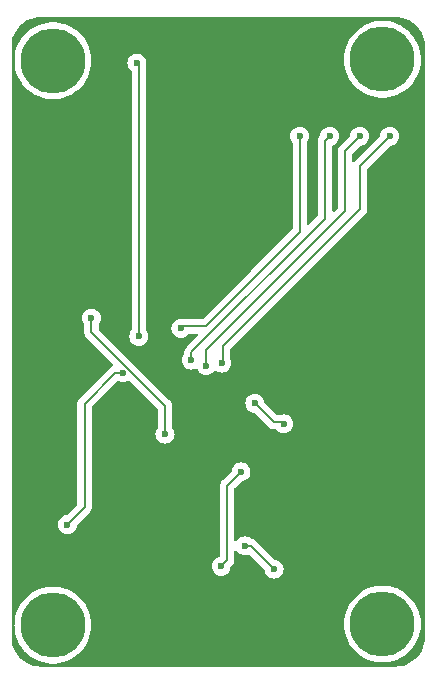
<source format=gbr>
%TF.GenerationSoftware,KiCad,Pcbnew,8.0.7*%
%TF.CreationDate,2025-01-13T12:12:40+05:30*%
%TF.ProjectId,STHDAQ_BX,53544844-4151-45f4-9258-2e6b69636164,rev?*%
%TF.SameCoordinates,Original*%
%TF.FileFunction,Copper,L2,Bot*%
%TF.FilePolarity,Positive*%
%FSLAX46Y46*%
G04 Gerber Fmt 4.6, Leading zero omitted, Abs format (unit mm)*
G04 Created by KiCad (PCBNEW 8.0.7) date 2025-01-13 12:12:40*
%MOMM*%
%LPD*%
G01*
G04 APERTURE LIST*
%TA.AperFunction,ComponentPad*%
%ADD10C,3.600000*%
%TD*%
%TA.AperFunction,ConnectorPad*%
%ADD11C,5.500000*%
%TD*%
%TA.AperFunction,ViaPad*%
%ADD12C,0.600000*%
%TD*%
%TA.AperFunction,Conductor*%
%ADD13C,0.200000*%
%TD*%
G04 APERTURE END LIST*
D10*
%TO.P,H4,1*%
%TO.N,N/C*%
X201900000Y-131900000D03*
D11*
X201900000Y-131900000D03*
%TD*%
D10*
%TO.P,H3,1*%
%TO.N,N/C*%
X174000000Y-132000000D03*
D11*
X174000000Y-132000000D03*
%TD*%
%TO.P,H2,1*%
%TO.N,N/C*%
X174000000Y-84200000D03*
D10*
X174000000Y-84200000D03*
%TD*%
%TO.P,H1,1*%
%TO.N,N/C*%
X201900000Y-84100000D03*
D11*
X201900000Y-84100000D03*
%TD*%
D12*
%TO.N,Net-(U5-A3{slash}D3)*%
X194900000Y-90600000D03*
%TO.N,Net-(U5-A2{slash}D2)*%
X197440000Y-90600000D03*
%TO.N,Net-(U5-A1{slash}D1)*%
X199980000Y-90600000D03*
%TO.N,Net-(U5-A0{slash}D0)*%
X202520000Y-90600000D03*
%TO.N,Net-(U5-A3{slash}D3)*%
X184840000Y-106880000D03*
%TO.N,5BVCC*%
X181110000Y-84403900D03*
X181280000Y-107550000D03*
%TO.N,REF2.5*%
X177260000Y-106000000D03*
X183490000Y-115820000D03*
%TO.N,Earth*%
X184832500Y-115180000D03*
X184857500Y-116260000D03*
X188070000Y-119300000D03*
X178400000Y-127810000D03*
X194390000Y-125820000D03*
X196780000Y-124160000D03*
X196820000Y-125040000D03*
X197310000Y-127150000D03*
X197330000Y-126240000D03*
X199390000Y-125490000D03*
X202310000Y-123500000D03*
X203870000Y-121290000D03*
X198250000Y-113350000D03*
X199930000Y-107600000D03*
X189510000Y-83880000D03*
X187380000Y-82400000D03*
X179520000Y-88510000D03*
X176030000Y-90080000D03*
X178600000Y-97480000D03*
X175970000Y-98590000D03*
X175910000Y-100530000D03*
X179460000Y-107700000D03*
X181590000Y-114890000D03*
X181540000Y-116120000D03*
X181552500Y-117460000D03*
X181702500Y-118730000D03*
X181619039Y-120409428D03*
X181672500Y-121880000D03*
X181722500Y-124930000D03*
X181672500Y-123290000D03*
X174970000Y-122160000D03*
%TO.N,5BVCC*%
X175230000Y-123480000D03*
X179948554Y-110631446D03*
%TO.N,/SYNC{slash}PDWN*%
X188240000Y-127020000D03*
X189920000Y-119020000D03*
%TO.N,Net-(U5-A2{slash}D2)*%
X185720000Y-109550000D03*
%TO.N,Net-(U5-A1{slash}D1)*%
X186990000Y-110040000D03*
%TO.N,Net-(U5-A0{slash}D0)*%
X188300000Y-109810000D03*
%TO.N,/SCLK*%
X191100000Y-113210000D03*
X193530000Y-114960000D03*
%TO.N,/RESET*%
X192720000Y-127250000D03*
X190240000Y-125280000D03*
%TD*%
D13*
%TO.N,Net-(U5-A1{slash}D1)*%
X198700000Y-96963002D02*
X186990000Y-108673002D01*
X198700000Y-91880000D02*
X198700000Y-96963002D01*
X186990000Y-108673002D02*
X186990000Y-110040000D01*
X199980000Y-90600000D02*
X198700000Y-91880000D01*
%TO.N,Net-(U5-A3{slash}D3)*%
X194900000Y-98720000D02*
X194900000Y-90600000D01*
X191287866Y-102332134D02*
X194900000Y-98720000D01*
X191287866Y-102342134D02*
X191287866Y-102332134D01*
%TO.N,Net-(U5-A2{slash}D2)*%
X197050000Y-90990000D02*
X197440000Y-90600000D01*
X185720000Y-108910000D02*
X197050000Y-97580000D01*
X197050000Y-97580000D02*
X197050000Y-90990000D01*
X185720000Y-109550000D02*
X185720000Y-108910000D01*
%TO.N,Net-(U5-A0{slash}D0)*%
X188370000Y-108400000D02*
X188370000Y-109740000D01*
X200030000Y-96740000D02*
X188370000Y-108400000D01*
X188370000Y-109740000D02*
X188300000Y-109810000D01*
X202520000Y-90600000D02*
X200030000Y-93090000D01*
X200030000Y-93090000D02*
X200030000Y-96740000D01*
%TO.N,Net-(U5-A3{slash}D3)*%
X185010000Y-106710000D02*
X184840000Y-106880000D01*
X186920000Y-106710000D02*
X185010000Y-106710000D01*
X191287866Y-102342134D02*
X186920000Y-106710000D01*
%TO.N,REF2.5*%
X177260000Y-107200000D02*
X177260000Y-106000000D01*
X183490000Y-113430000D02*
X177260000Y-107200000D01*
X183490000Y-115820000D02*
X183490000Y-113430000D01*
%TO.N,5BVCC*%
X181280000Y-107550000D02*
X181280000Y-84573900D01*
X181280000Y-84573900D02*
X181110000Y-84403900D01*
X176680000Y-122030000D02*
X175230000Y-123480000D01*
X176680000Y-113250000D02*
X176680000Y-122030000D01*
X179298554Y-110631446D02*
X176680000Y-113250000D01*
X179948554Y-110631446D02*
X179298554Y-110631446D01*
%TO.N,/SYNC{slash}PDWN*%
X188750000Y-120190000D02*
X189920000Y-119020000D01*
X188750000Y-126510000D02*
X188750000Y-120190000D01*
X188240000Y-127020000D02*
X188750000Y-126510000D01*
%TO.N,/SCLK*%
X192680000Y-114790000D02*
X191100000Y-113210000D01*
X193530000Y-114960000D02*
X193360000Y-114790000D01*
X193360000Y-114790000D02*
X192680000Y-114790000D01*
%TO.N,/RESET*%
X190750000Y-125280000D02*
X192720000Y-127250000D01*
X190240000Y-125280000D02*
X190750000Y-125280000D01*
%TD*%
%TA.AperFunction,Conductor*%
%TO.N,Earth*%
G36*
X203003736Y-80500726D02*
G01*
X203293796Y-80518271D01*
X203308659Y-80520076D01*
X203590798Y-80571780D01*
X203605335Y-80575363D01*
X203879172Y-80660695D01*
X203893163Y-80666000D01*
X204154743Y-80783727D01*
X204167989Y-80790680D01*
X204413465Y-80939075D01*
X204425776Y-80947573D01*
X204476879Y-80987609D01*
X204651573Y-81124473D01*
X204662781Y-81134403D01*
X204865596Y-81337218D01*
X204875526Y-81348426D01*
X204995481Y-81501538D01*
X205052422Y-81574217D01*
X205060928Y-81586540D01*
X205209316Y-81832004D01*
X205216275Y-81845263D01*
X205333997Y-82106831D01*
X205339306Y-82120832D01*
X205424635Y-82394663D01*
X205428219Y-82409201D01*
X205479923Y-82691340D01*
X205481728Y-82706205D01*
X205499274Y-82996263D01*
X205499500Y-83003750D01*
X205499500Y-132996249D01*
X205499274Y-133003736D01*
X205481728Y-133293794D01*
X205479923Y-133308659D01*
X205428219Y-133590798D01*
X205424635Y-133605336D01*
X205339306Y-133879167D01*
X205333997Y-133893168D01*
X205216275Y-134154736D01*
X205209316Y-134167995D01*
X205060928Y-134413459D01*
X205052422Y-134425782D01*
X204875526Y-134651573D01*
X204865596Y-134662781D01*
X204662781Y-134865596D01*
X204651573Y-134875526D01*
X204425782Y-135052422D01*
X204413459Y-135060928D01*
X204167995Y-135209316D01*
X204154736Y-135216275D01*
X203893168Y-135333997D01*
X203879167Y-135339306D01*
X203605336Y-135424635D01*
X203590798Y-135428219D01*
X203308659Y-135479923D01*
X203293794Y-135481728D01*
X203003736Y-135499274D01*
X202996249Y-135499500D01*
X173003751Y-135499500D01*
X172996264Y-135499274D01*
X172706205Y-135481728D01*
X172691340Y-135479923D01*
X172409201Y-135428219D01*
X172394663Y-135424635D01*
X172120832Y-135339306D01*
X172106831Y-135333997D01*
X171845263Y-135216275D01*
X171832004Y-135209316D01*
X171734709Y-135150499D01*
X171586537Y-135060926D01*
X171574217Y-135052422D01*
X171538033Y-135024074D01*
X171410388Y-134924070D01*
X171348426Y-134875526D01*
X171337218Y-134865596D01*
X171134403Y-134662781D01*
X171124473Y-134651573D01*
X171079645Y-134594354D01*
X170947573Y-134425776D01*
X170939075Y-134413465D01*
X170790680Y-134167989D01*
X170783727Y-134154743D01*
X170666000Y-133893163D01*
X170660693Y-133879167D01*
X170657841Y-133870016D01*
X170575363Y-133605335D01*
X170571780Y-133590798D01*
X170520076Y-133308659D01*
X170518271Y-133293794D01*
X170516641Y-133266854D01*
X170500726Y-133003736D01*
X170500500Y-132996249D01*
X170500500Y-132072963D01*
X170520185Y-132005924D01*
X170523729Y-132002853D01*
X170720871Y-132002853D01*
X170743477Y-132038028D01*
X170748318Y-132066250D01*
X170763808Y-132351954D01*
X170820833Y-132699793D01*
X170820834Y-132699796D01*
X170915126Y-133039408D01*
X170915127Y-133039410D01*
X171045588Y-133366844D01*
X171045597Y-133366862D01*
X171157678Y-133578269D01*
X171210695Y-133678269D01*
X171351767Y-133886335D01*
X171408498Y-133970006D01*
X171408505Y-133970016D01*
X171576671Y-134167995D01*
X171636686Y-134238650D01*
X171892580Y-134481046D01*
X172173182Y-134694354D01*
X172475202Y-134876074D01*
X172475206Y-134876075D01*
X172475210Y-134876078D01*
X172795088Y-135024070D01*
X172795092Y-135024070D01*
X172795099Y-135024074D01*
X173129122Y-135136619D01*
X173473355Y-135212391D01*
X173823763Y-135250500D01*
X173823769Y-135250500D01*
X174176231Y-135250500D01*
X174176237Y-135250500D01*
X174526645Y-135212391D01*
X174870878Y-135136619D01*
X175204901Y-135024074D01*
X175204908Y-135024070D01*
X175204911Y-135024070D01*
X175524789Y-134876078D01*
X175524798Y-134876074D01*
X175826818Y-134694354D01*
X176107420Y-134481046D01*
X176363314Y-134238650D01*
X176591501Y-133970008D01*
X176789305Y-133678269D01*
X176954407Y-133366854D01*
X177084871Y-133039414D01*
X177179168Y-132699788D01*
X177236191Y-132351957D01*
X177255274Y-132000000D01*
X177249852Y-131899997D01*
X198644726Y-131899997D01*
X198644726Y-131900002D01*
X198663808Y-132251954D01*
X198720833Y-132599793D01*
X198720834Y-132599796D01*
X198815126Y-132939408D01*
X198815127Y-132939410D01*
X198945588Y-133266844D01*
X198945597Y-133266862D01*
X199110695Y-133578269D01*
X199308498Y-133870006D01*
X199308505Y-133870016D01*
X199536685Y-134138649D01*
X199536686Y-134138650D01*
X199792580Y-134381046D01*
X200073182Y-134594354D01*
X200375202Y-134776074D01*
X200375206Y-134776075D01*
X200375210Y-134776078D01*
X200695088Y-134924070D01*
X200695092Y-134924070D01*
X200695099Y-134924074D01*
X201029122Y-135036619D01*
X201373355Y-135112391D01*
X201723763Y-135150500D01*
X201723769Y-135150500D01*
X202076231Y-135150500D01*
X202076237Y-135150500D01*
X202426645Y-135112391D01*
X202770878Y-135036619D01*
X203104901Y-134924074D01*
X203104908Y-134924070D01*
X203104911Y-134924070D01*
X203424789Y-134776078D01*
X203424798Y-134776074D01*
X203726818Y-134594354D01*
X204007420Y-134381046D01*
X204263314Y-134138650D01*
X204491501Y-133870008D01*
X204689305Y-133578269D01*
X204854407Y-133266854D01*
X204984871Y-132939414D01*
X204986345Y-132934108D01*
X205013180Y-132837453D01*
X205079168Y-132599788D01*
X205136191Y-132251957D01*
X205155274Y-131900000D01*
X205136191Y-131548043D01*
X205079168Y-131200212D01*
X205036704Y-131047271D01*
X204984873Y-130860591D01*
X204984872Y-130860589D01*
X204854411Y-130533155D01*
X204854402Y-130533137D01*
X204689305Y-130221731D01*
X204491501Y-129929992D01*
X204491497Y-129929987D01*
X204491494Y-129929983D01*
X204263314Y-129661350D01*
X204007420Y-129418954D01*
X204007413Y-129418948D01*
X204007410Y-129418946D01*
X203726815Y-129205644D01*
X203424802Y-129023928D01*
X203424789Y-129023921D01*
X203104911Y-128875929D01*
X203104906Y-128875928D01*
X203104903Y-128875927D01*
X203104901Y-128875926D01*
X202998432Y-128840052D01*
X202770880Y-128763381D01*
X202426643Y-128687608D01*
X202076238Y-128649500D01*
X202076237Y-128649500D01*
X201723763Y-128649500D01*
X201723761Y-128649500D01*
X201373356Y-128687608D01*
X201029119Y-128763381D01*
X200695093Y-128875928D01*
X200695088Y-128875929D01*
X200375210Y-129023921D01*
X200375197Y-129023928D01*
X200073184Y-129205644D01*
X199792589Y-129418946D01*
X199792580Y-129418954D01*
X199536685Y-129661350D01*
X199308505Y-129929983D01*
X199308498Y-129929993D01*
X199110695Y-130221730D01*
X198945597Y-130533137D01*
X198945588Y-130533155D01*
X198815127Y-130860589D01*
X198815126Y-130860591D01*
X198720834Y-131200203D01*
X198720833Y-131200206D01*
X198663808Y-131548045D01*
X198644726Y-131899997D01*
X177249852Y-131899997D01*
X177236191Y-131648043D01*
X177179168Y-131300212D01*
X177136704Y-131147271D01*
X177084873Y-130960591D01*
X177084872Y-130960589D01*
X176954411Y-130633155D01*
X176954402Y-130633137D01*
X176901390Y-130533146D01*
X176789305Y-130321731D01*
X176591501Y-130029992D01*
X176591497Y-130029987D01*
X176591494Y-130029983D01*
X176363314Y-129761350D01*
X176257745Y-129661350D01*
X176107420Y-129518954D01*
X176107413Y-129518948D01*
X176107410Y-129518946D01*
X175826815Y-129305644D01*
X175524802Y-129123928D01*
X175524789Y-129123921D01*
X175204911Y-128975929D01*
X175204906Y-128975928D01*
X175204903Y-128975927D01*
X175204901Y-128975926D01*
X175098432Y-128940052D01*
X174870880Y-128863381D01*
X174526643Y-128787608D01*
X174176238Y-128749500D01*
X174176237Y-128749500D01*
X173823763Y-128749500D01*
X173823761Y-128749500D01*
X173473356Y-128787608D01*
X173129119Y-128863381D01*
X172795093Y-128975928D01*
X172795088Y-128975929D01*
X172475210Y-129123921D01*
X172475197Y-129123928D01*
X172173184Y-129305644D01*
X171892589Y-129518946D01*
X171892580Y-129518954D01*
X171636685Y-129761350D01*
X171408505Y-130029983D01*
X171408498Y-130029993D01*
X171210695Y-130321730D01*
X171045597Y-130633137D01*
X171045588Y-130633155D01*
X170915127Y-130960589D01*
X170915126Y-130960591D01*
X170820834Y-131300203D01*
X170820833Y-131300206D01*
X170763808Y-131648045D01*
X170748318Y-131933749D01*
X170725033Y-131999625D01*
X170720871Y-132002853D01*
X170523729Y-132002853D01*
X170528429Y-131998780D01*
X170503806Y-131955478D01*
X170500500Y-131927036D01*
X170500500Y-127019996D01*
X187434435Y-127019996D01*
X187434435Y-127020003D01*
X187454630Y-127199249D01*
X187454631Y-127199254D01*
X187514211Y-127369523D01*
X187610184Y-127522262D01*
X187737738Y-127649816D01*
X187890478Y-127745789D01*
X188060745Y-127805368D01*
X188060750Y-127805369D01*
X188239996Y-127825565D01*
X188240000Y-127825565D01*
X188240004Y-127825565D01*
X188419249Y-127805369D01*
X188419252Y-127805368D01*
X188419255Y-127805368D01*
X188589522Y-127745789D01*
X188742262Y-127649816D01*
X188869816Y-127522262D01*
X188965789Y-127369522D01*
X189025368Y-127199255D01*
X189035161Y-127112329D01*
X189062226Y-127047918D01*
X189070690Y-127038543D01*
X189108506Y-127000728D01*
X189108511Y-127000724D01*
X189118714Y-126990520D01*
X189118716Y-126990520D01*
X189230520Y-126878716D01*
X189252442Y-126840745D01*
X189282770Y-126788216D01*
X189306140Y-126747738D01*
X189309577Y-126741785D01*
X189350501Y-126589057D01*
X189350501Y-126430943D01*
X189350501Y-126423348D01*
X189350500Y-126423330D01*
X189350500Y-125799391D01*
X189370185Y-125732352D01*
X189422989Y-125686597D01*
X189492147Y-125676653D01*
X189555703Y-125705678D01*
X189579493Y-125733418D01*
X189610184Y-125782262D01*
X189737738Y-125909816D01*
X189828080Y-125966582D01*
X189867735Y-125991499D01*
X189890478Y-126005789D01*
X190060742Y-126065367D01*
X190060745Y-126065368D01*
X190060750Y-126065369D01*
X190239996Y-126085565D01*
X190240000Y-126085565D01*
X190240004Y-126085565D01*
X190419249Y-126065369D01*
X190419252Y-126065368D01*
X190419255Y-126065368D01*
X190419256Y-126065367D01*
X190419259Y-126065367D01*
X190459508Y-126051283D01*
X190543414Y-126021922D01*
X190613190Y-126018360D01*
X190672048Y-126051283D01*
X191889298Y-127268534D01*
X191922783Y-127329857D01*
X191924837Y-127342331D01*
X191934630Y-127429249D01*
X191994210Y-127599521D01*
X192025812Y-127649815D01*
X192090184Y-127752262D01*
X192217738Y-127879816D01*
X192370478Y-127975789D01*
X192540745Y-128035368D01*
X192540750Y-128035369D01*
X192719996Y-128055565D01*
X192720000Y-128055565D01*
X192720004Y-128055565D01*
X192899249Y-128035369D01*
X192899252Y-128035368D01*
X192899255Y-128035368D01*
X193069522Y-127975789D01*
X193222262Y-127879816D01*
X193349816Y-127752262D01*
X193445789Y-127599522D01*
X193505368Y-127429255D01*
X193512098Y-127369523D01*
X193525565Y-127250003D01*
X193525565Y-127249996D01*
X193505369Y-127070750D01*
X193505368Y-127070745D01*
X193497380Y-127047918D01*
X193445789Y-126900478D01*
X193349816Y-126747738D01*
X193222262Y-126620184D01*
X193172719Y-126589054D01*
X193069521Y-126524210D01*
X192899249Y-126464630D01*
X192812331Y-126454837D01*
X192747917Y-126427770D01*
X192738534Y-126419298D01*
X191237590Y-124918355D01*
X191237588Y-124918352D01*
X191118717Y-124799481D01*
X191118709Y-124799475D01*
X191016936Y-124740717D01*
X191016934Y-124740716D01*
X190981790Y-124720425D01*
X190981789Y-124720424D01*
X190969263Y-124717067D01*
X190829057Y-124679499D01*
X190829054Y-124679499D01*
X190822411Y-124679499D01*
X190755372Y-124659814D01*
X190745097Y-124652445D01*
X190742262Y-124650184D01*
X190589523Y-124554211D01*
X190419254Y-124494631D01*
X190419249Y-124494630D01*
X190240004Y-124474435D01*
X190239996Y-124474435D01*
X190060750Y-124494630D01*
X190060745Y-124494631D01*
X189890476Y-124554211D01*
X189737737Y-124650184D01*
X189610184Y-124777737D01*
X189610182Y-124777740D01*
X189579493Y-124826581D01*
X189527158Y-124872872D01*
X189458104Y-124883519D01*
X189394256Y-124855143D01*
X189355885Y-124796753D01*
X189350500Y-124760608D01*
X189350500Y-120490096D01*
X189370185Y-120423057D01*
X189386815Y-120402419D01*
X189938535Y-119850698D01*
X189999856Y-119817215D01*
X190012311Y-119815163D01*
X190099255Y-119805368D01*
X190269522Y-119745789D01*
X190422262Y-119649816D01*
X190549816Y-119522262D01*
X190645789Y-119369522D01*
X190705368Y-119199255D01*
X190725565Y-119020000D01*
X190722419Y-118992082D01*
X190705369Y-118840750D01*
X190705368Y-118840745D01*
X190645788Y-118670476D01*
X190549815Y-118517737D01*
X190422262Y-118390184D01*
X190269523Y-118294211D01*
X190099254Y-118234631D01*
X190099249Y-118234630D01*
X189920004Y-118214435D01*
X189919996Y-118214435D01*
X189740750Y-118234630D01*
X189740745Y-118234631D01*
X189570476Y-118294211D01*
X189417737Y-118390184D01*
X189290184Y-118517737D01*
X189194210Y-118670478D01*
X189134630Y-118840750D01*
X189124837Y-118927668D01*
X189097770Y-118992082D01*
X189089298Y-119001465D01*
X188381286Y-119709478D01*
X188269481Y-119821282D01*
X188269479Y-119821285D01*
X188219361Y-119908094D01*
X188219359Y-119908096D01*
X188190425Y-119958209D01*
X188190424Y-119958210D01*
X188190423Y-119958215D01*
X188149499Y-120110943D01*
X188149499Y-120110945D01*
X188149499Y-120279046D01*
X188149500Y-120279059D01*
X188149500Y-126115592D01*
X188129815Y-126182631D01*
X188077011Y-126228386D01*
X188066455Y-126232634D01*
X187890476Y-126294211D01*
X187737737Y-126390184D01*
X187610184Y-126517737D01*
X187514211Y-126670476D01*
X187454631Y-126840745D01*
X187454630Y-126840750D01*
X187434435Y-127019996D01*
X170500500Y-127019996D01*
X170500500Y-123479996D01*
X174424435Y-123479996D01*
X174424435Y-123480003D01*
X174444630Y-123659249D01*
X174444631Y-123659254D01*
X174504211Y-123829523D01*
X174600184Y-123982262D01*
X174727738Y-124109816D01*
X174880478Y-124205789D01*
X175050745Y-124265368D01*
X175050750Y-124265369D01*
X175229996Y-124285565D01*
X175230000Y-124285565D01*
X175230004Y-124285565D01*
X175409249Y-124265369D01*
X175409252Y-124265368D01*
X175409255Y-124265368D01*
X175579522Y-124205789D01*
X175732262Y-124109816D01*
X175859816Y-123982262D01*
X175955789Y-123829522D01*
X176015368Y-123659255D01*
X176025161Y-123572329D01*
X176052226Y-123507918D01*
X176060690Y-123498543D01*
X177160520Y-122398716D01*
X177239577Y-122261784D01*
X177280501Y-122109057D01*
X177280501Y-121950942D01*
X177280501Y-121943347D01*
X177280500Y-121943329D01*
X177280500Y-113550097D01*
X177300185Y-113483058D01*
X177316819Y-113462416D01*
X178354605Y-112424630D01*
X179420391Y-111358843D01*
X179481712Y-111325360D01*
X179551404Y-111330344D01*
X179574040Y-111341531D01*
X179599032Y-111357235D01*
X179769299Y-111416814D01*
X179769304Y-111416815D01*
X179948550Y-111437011D01*
X179948554Y-111437011D01*
X179948558Y-111437011D01*
X180127803Y-111416815D01*
X180127806Y-111416814D01*
X180127809Y-111416814D01*
X180298076Y-111357235D01*
X180380113Y-111305687D01*
X180447347Y-111286687D01*
X180514183Y-111307054D01*
X180533765Y-111323000D01*
X182853181Y-113642416D01*
X182886666Y-113703739D01*
X182889500Y-113730097D01*
X182889500Y-115237587D01*
X182869815Y-115304626D01*
X182862450Y-115314896D01*
X182860186Y-115317734D01*
X182764211Y-115470476D01*
X182704631Y-115640745D01*
X182704630Y-115640750D01*
X182684435Y-115819996D01*
X182684435Y-115820003D01*
X182704630Y-115999249D01*
X182704631Y-115999254D01*
X182764211Y-116169523D01*
X182860184Y-116322262D01*
X182987738Y-116449816D01*
X183140478Y-116545789D01*
X183310745Y-116605368D01*
X183310750Y-116605369D01*
X183489996Y-116625565D01*
X183490000Y-116625565D01*
X183490004Y-116625565D01*
X183669249Y-116605369D01*
X183669252Y-116605368D01*
X183669255Y-116605368D01*
X183839522Y-116545789D01*
X183992262Y-116449816D01*
X184119816Y-116322262D01*
X184215789Y-116169522D01*
X184275368Y-115999255D01*
X184295565Y-115820000D01*
X184287156Y-115745369D01*
X184275369Y-115640750D01*
X184275368Y-115640745D01*
X184215788Y-115470476D01*
X184158642Y-115379529D01*
X184119816Y-115317738D01*
X184119814Y-115317736D01*
X184119813Y-115317734D01*
X184117550Y-115314896D01*
X184116659Y-115312715D01*
X184116111Y-115311842D01*
X184116264Y-115311745D01*
X184091144Y-115250209D01*
X184090500Y-115237587D01*
X184090500Y-113350945D01*
X184090500Y-113350943D01*
X184052733Y-113209996D01*
X190294435Y-113209996D01*
X190294435Y-113210003D01*
X190314630Y-113389249D01*
X190314631Y-113389254D01*
X190374211Y-113559523D01*
X190464829Y-113703739D01*
X190470184Y-113712262D01*
X190597738Y-113839816D01*
X190750478Y-113935789D01*
X190920745Y-113995368D01*
X191007669Y-114005161D01*
X191072080Y-114032226D01*
X191081465Y-114040700D01*
X192195139Y-115154374D01*
X192195149Y-115154385D01*
X192199479Y-115158715D01*
X192199480Y-115158716D01*
X192311284Y-115270520D01*
X192311286Y-115270521D01*
X192311290Y-115270524D01*
X192448209Y-115349573D01*
X192448216Y-115349577D01*
X192560019Y-115379534D01*
X192600942Y-115390500D01*
X192600943Y-115390500D01*
X192786561Y-115390500D01*
X192853600Y-115410185D01*
X192891553Y-115448526D01*
X192900184Y-115462262D01*
X193027738Y-115589816D01*
X193180478Y-115685789D01*
X193350745Y-115745368D01*
X193350750Y-115745369D01*
X193529996Y-115765565D01*
X193530000Y-115765565D01*
X193530004Y-115765565D01*
X193709249Y-115745369D01*
X193709252Y-115745368D01*
X193709255Y-115745368D01*
X193879522Y-115685789D01*
X194032262Y-115589816D01*
X194159816Y-115462262D01*
X194255789Y-115309522D01*
X194315368Y-115139255D01*
X194335565Y-114960000D01*
X194315368Y-114780745D01*
X194255789Y-114610478D01*
X194159816Y-114457738D01*
X194032262Y-114330184D01*
X193879523Y-114234211D01*
X193709254Y-114174631D01*
X193709249Y-114174630D01*
X193530004Y-114154435D01*
X193529996Y-114154435D01*
X193350750Y-114174630D01*
X193343055Y-114177322D01*
X193328141Y-114182541D01*
X193287190Y-114189499D01*
X193273347Y-114189499D01*
X193273331Y-114189500D01*
X192980097Y-114189500D01*
X192913058Y-114169815D01*
X192892416Y-114153181D01*
X191930700Y-113191465D01*
X191897215Y-113130142D01*
X191895163Y-113117686D01*
X191885368Y-113030745D01*
X191825789Y-112860478D01*
X191729816Y-112707738D01*
X191602262Y-112580184D01*
X191449523Y-112484211D01*
X191279254Y-112424631D01*
X191279249Y-112424630D01*
X191100004Y-112404435D01*
X191099996Y-112404435D01*
X190920750Y-112424630D01*
X190920745Y-112424631D01*
X190750476Y-112484211D01*
X190597737Y-112580184D01*
X190470184Y-112707737D01*
X190374211Y-112860476D01*
X190314631Y-113030745D01*
X190314630Y-113030750D01*
X190294435Y-113209996D01*
X184052733Y-113209996D01*
X184049577Y-113198216D01*
X184003072Y-113117666D01*
X183970524Y-113061290D01*
X183970521Y-113061286D01*
X183970520Y-113061284D01*
X183858716Y-112949480D01*
X183858715Y-112949479D01*
X183854385Y-112945149D01*
X183854374Y-112945139D01*
X177896819Y-106987584D01*
X177863334Y-106926261D01*
X177860500Y-106899903D01*
X177860500Y-106582412D01*
X177880185Y-106515373D01*
X177887555Y-106505097D01*
X177889810Y-106502267D01*
X177889816Y-106502262D01*
X177985789Y-106349522D01*
X178045368Y-106179255D01*
X178048190Y-106154211D01*
X178065565Y-106000003D01*
X178065565Y-105999996D01*
X178045369Y-105820750D01*
X178045368Y-105820745D01*
X177985788Y-105650476D01*
X177889815Y-105497737D01*
X177762262Y-105370184D01*
X177609523Y-105274211D01*
X177439254Y-105214631D01*
X177439249Y-105214630D01*
X177260004Y-105194435D01*
X177259996Y-105194435D01*
X177080750Y-105214630D01*
X177080745Y-105214631D01*
X176910476Y-105274211D01*
X176757737Y-105370184D01*
X176630184Y-105497737D01*
X176534211Y-105650476D01*
X176474631Y-105820745D01*
X176474630Y-105820750D01*
X176454435Y-105999996D01*
X176454435Y-106000003D01*
X176474630Y-106179249D01*
X176474631Y-106179254D01*
X176534211Y-106349523D01*
X176630185Y-106502263D01*
X176632445Y-106505097D01*
X176633334Y-106507275D01*
X176633889Y-106508158D01*
X176633734Y-106508255D01*
X176658855Y-106569783D01*
X176659500Y-106582412D01*
X176659500Y-107113330D01*
X176659499Y-107113348D01*
X176659499Y-107279054D01*
X176659498Y-107279054D01*
X176700423Y-107431785D01*
X176729358Y-107481900D01*
X176729359Y-107481904D01*
X176729360Y-107481904D01*
X176748873Y-107515703D01*
X176779479Y-107568714D01*
X176779481Y-107568717D01*
X176898349Y-107687585D01*
X176898355Y-107687590D01*
X179089353Y-109878588D01*
X179122838Y-109939911D01*
X179117854Y-110009603D01*
X179075982Y-110065536D01*
X179063672Y-110073656D01*
X178929841Y-110150923D01*
X178929836Y-110150927D01*
X176199481Y-112881282D01*
X176199480Y-112881284D01*
X176160108Y-112949480D01*
X176149361Y-112968094D01*
X176149359Y-112968096D01*
X176120425Y-113018209D01*
X176120424Y-113018210D01*
X176108882Y-113061286D01*
X176079499Y-113170943D01*
X176079499Y-113170945D01*
X176079499Y-113339046D01*
X176079500Y-113339059D01*
X176079500Y-121729902D01*
X176059815Y-121796941D01*
X176043181Y-121817583D01*
X175211465Y-122649298D01*
X175150142Y-122682783D01*
X175137668Y-122684837D01*
X175050750Y-122694630D01*
X174880478Y-122754210D01*
X174727737Y-122850184D01*
X174600184Y-122977737D01*
X174504211Y-123130476D01*
X174444631Y-123300745D01*
X174444630Y-123300750D01*
X174424435Y-123479996D01*
X170500500Y-123479996D01*
X170500500Y-84272963D01*
X170520185Y-84205924D01*
X170523729Y-84202853D01*
X170720871Y-84202853D01*
X170743477Y-84238028D01*
X170748318Y-84266250D01*
X170763808Y-84551954D01*
X170820833Y-84899793D01*
X170820834Y-84899796D01*
X170915126Y-85239408D01*
X170915127Y-85239410D01*
X171045588Y-85566844D01*
X171045593Y-85566854D01*
X171210695Y-85878269D01*
X171340697Y-86070008D01*
X171408498Y-86170006D01*
X171408505Y-86170016D01*
X171551744Y-86338649D01*
X171636686Y-86438650D01*
X171892580Y-86681046D01*
X172173182Y-86894354D01*
X172475202Y-87076074D01*
X172475206Y-87076075D01*
X172475210Y-87076078D01*
X172795088Y-87224070D01*
X172795092Y-87224070D01*
X172795099Y-87224074D01*
X173129122Y-87336619D01*
X173473355Y-87412391D01*
X173823763Y-87450500D01*
X173823769Y-87450500D01*
X174176231Y-87450500D01*
X174176237Y-87450500D01*
X174526645Y-87412391D01*
X174870878Y-87336619D01*
X175204901Y-87224074D01*
X175204908Y-87224070D01*
X175204911Y-87224070D01*
X175524789Y-87076078D01*
X175524798Y-87076074D01*
X175826818Y-86894354D01*
X176107420Y-86681046D01*
X176363314Y-86438650D01*
X176591501Y-86170008D01*
X176789305Y-85878269D01*
X176954407Y-85566854D01*
X177084871Y-85239414D01*
X177179168Y-84899788D01*
X177236191Y-84551957D01*
X177244219Y-84403896D01*
X180304435Y-84403896D01*
X180304435Y-84403903D01*
X180324630Y-84583149D01*
X180324631Y-84583154D01*
X180384211Y-84753423D01*
X180476179Y-84899788D01*
X180480184Y-84906162D01*
X180607738Y-85033716D01*
X180621473Y-85042346D01*
X180667762Y-85094678D01*
X180679500Y-85147339D01*
X180679500Y-106967587D01*
X180659815Y-107034626D01*
X180652450Y-107044896D01*
X180650186Y-107047734D01*
X180554211Y-107200476D01*
X180494631Y-107370745D01*
X180494630Y-107370750D01*
X180474435Y-107549996D01*
X180474435Y-107550003D01*
X180494630Y-107729249D01*
X180494631Y-107729254D01*
X180554211Y-107899523D01*
X180650184Y-108052262D01*
X180777738Y-108179816D01*
X180930478Y-108275789D01*
X181100745Y-108335368D01*
X181100750Y-108335369D01*
X181279996Y-108355565D01*
X181280000Y-108355565D01*
X181280004Y-108355565D01*
X181459249Y-108335369D01*
X181459252Y-108335368D01*
X181459255Y-108335368D01*
X181629522Y-108275789D01*
X181782262Y-108179816D01*
X181909816Y-108052262D01*
X182005789Y-107899522D01*
X182065368Y-107729255D01*
X182065369Y-107729249D01*
X182085565Y-107550003D01*
X182085565Y-107549996D01*
X182065369Y-107370750D01*
X182065368Y-107370745D01*
X182005788Y-107200476D01*
X181955811Y-107120939D01*
X181909816Y-107047738D01*
X181909814Y-107047736D01*
X181909813Y-107047734D01*
X181907550Y-107044896D01*
X181906659Y-107042715D01*
X181906111Y-107041842D01*
X181906264Y-107041745D01*
X181881144Y-106980209D01*
X181880500Y-106967587D01*
X181880500Y-106879996D01*
X184034435Y-106879996D01*
X184034435Y-106880003D01*
X184054630Y-107059249D01*
X184054631Y-107059254D01*
X184114211Y-107229523D01*
X184210184Y-107382262D01*
X184337738Y-107509816D01*
X184490478Y-107605789D01*
X184660745Y-107665368D01*
X184660750Y-107665369D01*
X184839996Y-107685565D01*
X184840000Y-107685565D01*
X184840004Y-107685565D01*
X185019249Y-107665369D01*
X185019252Y-107665368D01*
X185019255Y-107665368D01*
X185189522Y-107605789D01*
X185342262Y-107509816D01*
X185469816Y-107382262D01*
X185478446Y-107368526D01*
X185530778Y-107322238D01*
X185583439Y-107310500D01*
X186170903Y-107310500D01*
X186237942Y-107330185D01*
X186283697Y-107382989D01*
X186293641Y-107452147D01*
X186264616Y-107515703D01*
X186258586Y-107522178D01*
X185728502Y-108052262D01*
X185351286Y-108429478D01*
X185239481Y-108541282D01*
X185239479Y-108541285D01*
X185189361Y-108628094D01*
X185189359Y-108628096D01*
X185160425Y-108678209D01*
X185160424Y-108678210D01*
X185160423Y-108678215D01*
X185119499Y-108830943D01*
X185119499Y-108830945D01*
X185119499Y-108967589D01*
X185099814Y-109034628D01*
X185092445Y-109044903D01*
X185090184Y-109047737D01*
X184994211Y-109200476D01*
X184934631Y-109370745D01*
X184934630Y-109370750D01*
X184914435Y-109549996D01*
X184914435Y-109550003D01*
X184934630Y-109729249D01*
X184934631Y-109729254D01*
X184994211Y-109899523D01*
X185076790Y-110030945D01*
X185090184Y-110052262D01*
X185217738Y-110179816D01*
X185370478Y-110275789D01*
X185474712Y-110312262D01*
X185540745Y-110335368D01*
X185540750Y-110335369D01*
X185719996Y-110355565D01*
X185720000Y-110355565D01*
X185720004Y-110355565D01*
X185899249Y-110335369D01*
X185899251Y-110335368D01*
X185899255Y-110335368D01*
X185899258Y-110335366D01*
X185899262Y-110335366D01*
X185994987Y-110301869D01*
X186069522Y-110275789D01*
X186069525Y-110275786D01*
X186075795Y-110272768D01*
X186077013Y-110275297D01*
X186132042Y-110259731D01*
X186198882Y-110280081D01*
X186244111Y-110333337D01*
X186247852Y-110342771D01*
X186264210Y-110389521D01*
X186264211Y-110389522D01*
X186360184Y-110542262D01*
X186487738Y-110669816D01*
X186640478Y-110765789D01*
X186810745Y-110825368D01*
X186810750Y-110825369D01*
X186989996Y-110845565D01*
X186990000Y-110845565D01*
X186990004Y-110845565D01*
X187169249Y-110825369D01*
X187169252Y-110825368D01*
X187169255Y-110825368D01*
X187339522Y-110765789D01*
X187492262Y-110669816D01*
X187619816Y-110542262D01*
X187650358Y-110493653D01*
X187702689Y-110447366D01*
X187771743Y-110436716D01*
X187821321Y-110454634D01*
X187865029Y-110482097D01*
X187950475Y-110535788D01*
X188120745Y-110595368D01*
X188120750Y-110595369D01*
X188299996Y-110615565D01*
X188300000Y-110615565D01*
X188300004Y-110615565D01*
X188479249Y-110595369D01*
X188479252Y-110595368D01*
X188479255Y-110595368D01*
X188649522Y-110535789D01*
X188802262Y-110439816D01*
X188929816Y-110312262D01*
X189025789Y-110159522D01*
X189085368Y-109989255D01*
X189090928Y-109939911D01*
X189105565Y-109810003D01*
X189105565Y-109809996D01*
X189085369Y-109630750D01*
X189085368Y-109630745D01*
X189025788Y-109460476D01*
X188989506Y-109402733D01*
X188970500Y-109336761D01*
X188970500Y-108700096D01*
X188990185Y-108633057D01*
X189006814Y-108612420D01*
X200388506Y-97230727D01*
X200388511Y-97230724D01*
X200398714Y-97220520D01*
X200398716Y-97220520D01*
X200510520Y-97108716D01*
X200585123Y-96979499D01*
X200589577Y-96971785D01*
X200630500Y-96819057D01*
X200630500Y-96660943D01*
X200630500Y-93390097D01*
X200650185Y-93323058D01*
X200666819Y-93302416D01*
X201359757Y-92609478D01*
X202538536Y-91430698D01*
X202599857Y-91397215D01*
X202612310Y-91395163D01*
X202699255Y-91385368D01*
X202869522Y-91325789D01*
X203022262Y-91229816D01*
X203149816Y-91102262D01*
X203245789Y-90949522D01*
X203305368Y-90779255D01*
X203307739Y-90758215D01*
X203325565Y-90600003D01*
X203325565Y-90599996D01*
X203305369Y-90420750D01*
X203305368Y-90420745D01*
X203245788Y-90250476D01*
X203149815Y-90097737D01*
X203022262Y-89970184D01*
X202869523Y-89874211D01*
X202699254Y-89814631D01*
X202699249Y-89814630D01*
X202520004Y-89794435D01*
X202519996Y-89794435D01*
X202340750Y-89814630D01*
X202340745Y-89814631D01*
X202170476Y-89874211D01*
X202017737Y-89970184D01*
X201890184Y-90097737D01*
X201794210Y-90250478D01*
X201734630Y-90420750D01*
X201724837Y-90507667D01*
X201697770Y-90572081D01*
X201689298Y-90581464D01*
X199661286Y-92609478D01*
X199549481Y-92721282D01*
X199549477Y-92721287D01*
X199531887Y-92751755D01*
X199481320Y-92799971D01*
X199412713Y-92813193D01*
X199347848Y-92787225D01*
X199307320Y-92730311D01*
X199300500Y-92689755D01*
X199300500Y-92180096D01*
X199320185Y-92113057D01*
X199336815Y-92092419D01*
X199998535Y-91430698D01*
X200059856Y-91397215D01*
X200072311Y-91395163D01*
X200159255Y-91385368D01*
X200329522Y-91325789D01*
X200482262Y-91229816D01*
X200609816Y-91102262D01*
X200705789Y-90949522D01*
X200765368Y-90779255D01*
X200767739Y-90758215D01*
X200785565Y-90600003D01*
X200785565Y-90599996D01*
X200765369Y-90420750D01*
X200765368Y-90420745D01*
X200705788Y-90250476D01*
X200609815Y-90097737D01*
X200482262Y-89970184D01*
X200329523Y-89874211D01*
X200159254Y-89814631D01*
X200159249Y-89814630D01*
X199980004Y-89794435D01*
X199979996Y-89794435D01*
X199800750Y-89814630D01*
X199800745Y-89814631D01*
X199630476Y-89874211D01*
X199477737Y-89970184D01*
X199350184Y-90097737D01*
X199254210Y-90250478D01*
X199194630Y-90420750D01*
X199184837Y-90507668D01*
X199157770Y-90572082D01*
X199149298Y-90581465D01*
X198331286Y-91399478D01*
X198219481Y-91511282D01*
X198219479Y-91511285D01*
X198169361Y-91598094D01*
X198169359Y-91598096D01*
X198140425Y-91648209D01*
X198140424Y-91648210D01*
X198140423Y-91648215D01*
X198099499Y-91800943D01*
X198099499Y-91800945D01*
X198099499Y-91969046D01*
X198099500Y-91969059D01*
X198099500Y-96662905D01*
X198079815Y-96729944D01*
X198063181Y-96750586D01*
X197862181Y-96951586D01*
X197800858Y-96985071D01*
X197731166Y-96980087D01*
X197675233Y-96938215D01*
X197650816Y-96872751D01*
X197650500Y-96863905D01*
X197650500Y-91462417D01*
X197670185Y-91395378D01*
X197722989Y-91349623D01*
X197733547Y-91345375D01*
X197789522Y-91325789D01*
X197942262Y-91229816D01*
X198069816Y-91102262D01*
X198165789Y-90949522D01*
X198225368Y-90779255D01*
X198227739Y-90758215D01*
X198245565Y-90600003D01*
X198245565Y-90599996D01*
X198225369Y-90420750D01*
X198225368Y-90420745D01*
X198165788Y-90250476D01*
X198069815Y-90097737D01*
X197942262Y-89970184D01*
X197789523Y-89874211D01*
X197619254Y-89814631D01*
X197619249Y-89814630D01*
X197440004Y-89794435D01*
X197439996Y-89794435D01*
X197260750Y-89814630D01*
X197260745Y-89814631D01*
X197090476Y-89874211D01*
X196937737Y-89970184D01*
X196810184Y-90097737D01*
X196714210Y-90250478D01*
X196654630Y-90420750D01*
X196644837Y-90507666D01*
X196617770Y-90572080D01*
X196609300Y-90581461D01*
X196569481Y-90621280D01*
X196519361Y-90708094D01*
X196519359Y-90708096D01*
X196490425Y-90758209D01*
X196490424Y-90758210D01*
X196484785Y-90779255D01*
X196449499Y-90910943D01*
X196449499Y-90910945D01*
X196449499Y-91079046D01*
X196449500Y-91079059D01*
X196449500Y-97279902D01*
X196429815Y-97346941D01*
X196413181Y-97367583D01*
X195712181Y-98068583D01*
X195650858Y-98102068D01*
X195581166Y-98097084D01*
X195525233Y-98055212D01*
X195500816Y-97989748D01*
X195500500Y-97980902D01*
X195500500Y-91182412D01*
X195520185Y-91115373D01*
X195527555Y-91105097D01*
X195529810Y-91102267D01*
X195529816Y-91102262D01*
X195625789Y-90949522D01*
X195685368Y-90779255D01*
X195687739Y-90758215D01*
X195705565Y-90600003D01*
X195705565Y-90599996D01*
X195685369Y-90420750D01*
X195685368Y-90420745D01*
X195625788Y-90250476D01*
X195529815Y-90097737D01*
X195402262Y-89970184D01*
X195249523Y-89874211D01*
X195079254Y-89814631D01*
X195079249Y-89814630D01*
X194900004Y-89794435D01*
X194899996Y-89794435D01*
X194720750Y-89814630D01*
X194720745Y-89814631D01*
X194550476Y-89874211D01*
X194397737Y-89970184D01*
X194270184Y-90097737D01*
X194174211Y-90250476D01*
X194114631Y-90420745D01*
X194114630Y-90420750D01*
X194094435Y-90599996D01*
X194094435Y-90600003D01*
X194114630Y-90779249D01*
X194114631Y-90779254D01*
X194174211Y-90949523D01*
X194234515Y-91045496D01*
X194255596Y-91079046D01*
X194270185Y-91102263D01*
X194272445Y-91105097D01*
X194273334Y-91107275D01*
X194273889Y-91108158D01*
X194273734Y-91108255D01*
X194298855Y-91169783D01*
X194299500Y-91182412D01*
X194299500Y-98419902D01*
X194279815Y-98486941D01*
X194263181Y-98507583D01*
X190807347Y-101963416D01*
X190807345Y-101963418D01*
X190801850Y-101972938D01*
X190782143Y-101998620D01*
X186707584Y-106073181D01*
X186646261Y-106106666D01*
X186619903Y-106109500D01*
X185082812Y-106109500D01*
X185041857Y-106102541D01*
X185019256Y-106094632D01*
X185019246Y-106094630D01*
X184840004Y-106074435D01*
X184839996Y-106074435D01*
X184660750Y-106094630D01*
X184660745Y-106094631D01*
X184490476Y-106154211D01*
X184337737Y-106250184D01*
X184210184Y-106377737D01*
X184114211Y-106530476D01*
X184054631Y-106700745D01*
X184054630Y-106700750D01*
X184034435Y-106879996D01*
X181880500Y-106879996D01*
X181880500Y-84646712D01*
X181887459Y-84605757D01*
X181895368Y-84583155D01*
X181898883Y-84551957D01*
X181915565Y-84403903D01*
X181915565Y-84403896D01*
X181895369Y-84224650D01*
X181895368Y-84224645D01*
X181861213Y-84127036D01*
X181851752Y-84099997D01*
X198644726Y-84099997D01*
X198644726Y-84100002D01*
X198663808Y-84451954D01*
X198720833Y-84799793D01*
X198720834Y-84799796D01*
X198815126Y-85139408D01*
X198815127Y-85139410D01*
X198945588Y-85466844D01*
X198945597Y-85466862D01*
X199110695Y-85778269D01*
X199308498Y-86070006D01*
X199308505Y-86070016D01*
X199536685Y-86338649D01*
X199536686Y-86338650D01*
X199792580Y-86581046D01*
X200073182Y-86794354D01*
X200375202Y-86976074D01*
X200375206Y-86976075D01*
X200375210Y-86976078D01*
X200695088Y-87124070D01*
X200695092Y-87124070D01*
X200695099Y-87124074D01*
X201029122Y-87236619D01*
X201373355Y-87312391D01*
X201723763Y-87350500D01*
X201723769Y-87350500D01*
X202076231Y-87350500D01*
X202076237Y-87350500D01*
X202426645Y-87312391D01*
X202770878Y-87236619D01*
X203104901Y-87124074D01*
X203104908Y-87124070D01*
X203104911Y-87124070D01*
X203424789Y-86976078D01*
X203424798Y-86976074D01*
X203726818Y-86794354D01*
X204007420Y-86581046D01*
X204263314Y-86338650D01*
X204491501Y-86070008D01*
X204689305Y-85778269D01*
X204854407Y-85466854D01*
X204984871Y-85139414D01*
X205079168Y-84799788D01*
X205136191Y-84451957D01*
X205155274Y-84100000D01*
X205152800Y-84054378D01*
X205136191Y-83748045D01*
X205114959Y-83618532D01*
X205079168Y-83400212D01*
X205036704Y-83247271D01*
X204984873Y-83060591D01*
X204984872Y-83060589D01*
X204854411Y-82733155D01*
X204854402Y-82733137D01*
X204832243Y-82691340D01*
X204689305Y-82421731D01*
X204491501Y-82129992D01*
X204491497Y-82129987D01*
X204491494Y-82129983D01*
X204263314Y-81861350D01*
X204218917Y-81819295D01*
X204007420Y-81618954D01*
X204007413Y-81618948D01*
X204007410Y-81618946D01*
X203726815Y-81405644D01*
X203424802Y-81223928D01*
X203424789Y-81223921D01*
X203104911Y-81075929D01*
X203104906Y-81075928D01*
X203104903Y-81075927D01*
X203104901Y-81075926D01*
X202998432Y-81040052D01*
X202770880Y-80963381D01*
X202426643Y-80887608D01*
X202076238Y-80849500D01*
X202076237Y-80849500D01*
X201723763Y-80849500D01*
X201723761Y-80849500D01*
X201373356Y-80887608D01*
X201029119Y-80963381D01*
X200695093Y-81075928D01*
X200695088Y-81075929D01*
X200375210Y-81223921D01*
X200375197Y-81223928D01*
X200073184Y-81405644D01*
X199792589Y-81618946D01*
X199792580Y-81618954D01*
X199536685Y-81861350D01*
X199308505Y-82129983D01*
X199308498Y-82129993D01*
X199110695Y-82421730D01*
X198945597Y-82733137D01*
X198945588Y-82733155D01*
X198815127Y-83060589D01*
X198815126Y-83060591D01*
X198720834Y-83400203D01*
X198720833Y-83400206D01*
X198663808Y-83748045D01*
X198644726Y-84099997D01*
X181851752Y-84099997D01*
X181835789Y-84054378D01*
X181739816Y-83901638D01*
X181612262Y-83774084D01*
X181570818Y-83748043D01*
X181459523Y-83678111D01*
X181289254Y-83618531D01*
X181289249Y-83618530D01*
X181110004Y-83598335D01*
X181109996Y-83598335D01*
X180930750Y-83618530D01*
X180930745Y-83618531D01*
X180760476Y-83678111D01*
X180607737Y-83774084D01*
X180480184Y-83901637D01*
X180384211Y-84054376D01*
X180324631Y-84224645D01*
X180324630Y-84224650D01*
X180304435Y-84403896D01*
X177244219Y-84403896D01*
X177253212Y-84238028D01*
X177255274Y-84200002D01*
X177255274Y-84199997D01*
X177236191Y-83848045D01*
X177219797Y-83748043D01*
X177179168Y-83500212D01*
X177136704Y-83347271D01*
X177084873Y-83160591D01*
X177084872Y-83160589D01*
X176954411Y-82833155D01*
X176954402Y-82833137D01*
X176901390Y-82733146D01*
X176789305Y-82521731D01*
X176591501Y-82229992D01*
X176591497Y-82229987D01*
X176591494Y-82229983D01*
X176363314Y-81961350D01*
X176257745Y-81861350D01*
X176107420Y-81718954D01*
X176107413Y-81718948D01*
X176107410Y-81718946D01*
X175933232Y-81586540D01*
X175826818Y-81505646D01*
X175826815Y-81505644D01*
X175524802Y-81323928D01*
X175524789Y-81323921D01*
X175204911Y-81175929D01*
X175204906Y-81175928D01*
X175204903Y-81175927D01*
X175204901Y-81175926D01*
X175065917Y-81129097D01*
X174870880Y-81063381D01*
X174526643Y-80987608D01*
X174176238Y-80949500D01*
X174176237Y-80949500D01*
X173823763Y-80949500D01*
X173823761Y-80949500D01*
X173473356Y-80987608D01*
X173129119Y-81063381D01*
X172795093Y-81175928D01*
X172795088Y-81175929D01*
X172475210Y-81323921D01*
X172475197Y-81323928D01*
X172173184Y-81505644D01*
X171892589Y-81718946D01*
X171892580Y-81718954D01*
X171636685Y-81961350D01*
X171408505Y-82229983D01*
X171408498Y-82229993D01*
X171210695Y-82521730D01*
X171045597Y-82833137D01*
X171045588Y-82833155D01*
X170915127Y-83160589D01*
X170915126Y-83160591D01*
X170820834Y-83500203D01*
X170820833Y-83500206D01*
X170763808Y-83848045D01*
X170748318Y-84133749D01*
X170725033Y-84199625D01*
X170720871Y-84202853D01*
X170523729Y-84202853D01*
X170528429Y-84198780D01*
X170503806Y-84155478D01*
X170500500Y-84127036D01*
X170500500Y-83003750D01*
X170500726Y-82996263D01*
X170516641Y-82733155D01*
X170518271Y-82706201D01*
X170520076Y-82691340D01*
X170571780Y-82409201D01*
X170575364Y-82394663D01*
X170660696Y-82120822D01*
X170665998Y-82106841D01*
X170783731Y-81845249D01*
X170790676Y-81832016D01*
X170939080Y-81586526D01*
X170947567Y-81574230D01*
X171124480Y-81348417D01*
X171134395Y-81337226D01*
X171337226Y-81134395D01*
X171348417Y-81124480D01*
X171574230Y-80947567D01*
X171586526Y-80939080D01*
X171832016Y-80790676D01*
X171845249Y-80783731D01*
X172106841Y-80665998D01*
X172120822Y-80660696D01*
X172394668Y-80575362D01*
X172409197Y-80571780D01*
X172691344Y-80520075D01*
X172706201Y-80518271D01*
X172996264Y-80500726D01*
X173003751Y-80500500D01*
X173065892Y-80500500D01*
X202934108Y-80500500D01*
X202996249Y-80500500D01*
X203003736Y-80500726D01*
G37*
%TD.AperFunction*%
%TD*%
M02*

</source>
